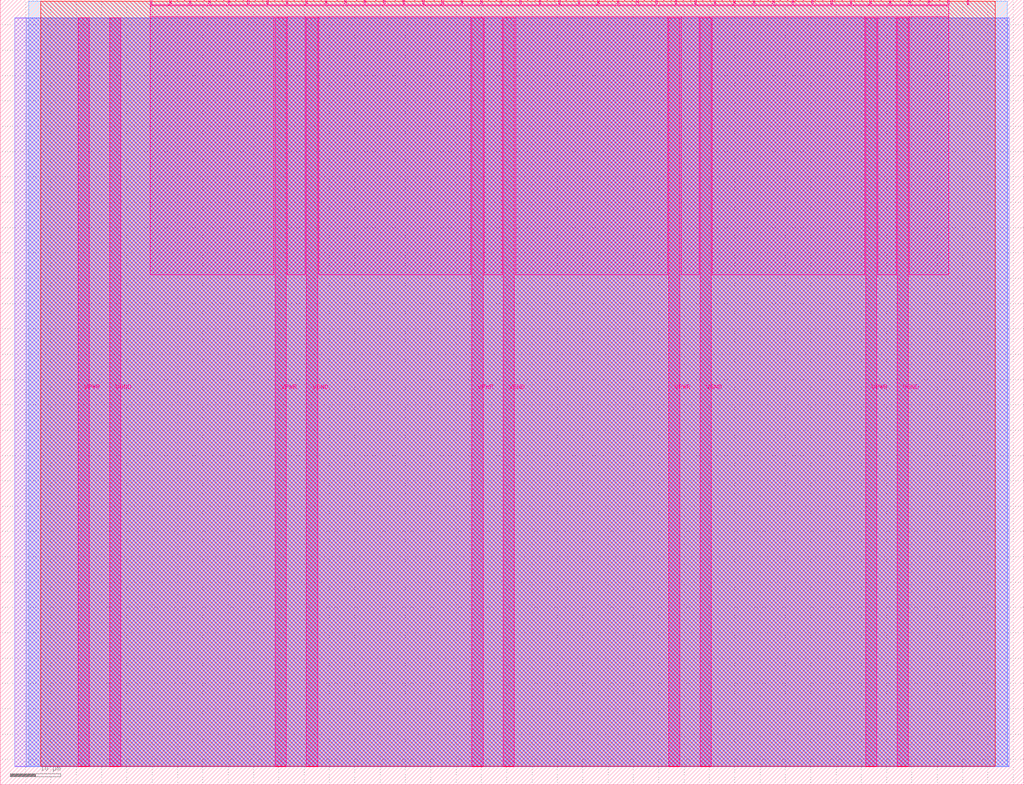
<source format=lef>
VERSION 5.7 ;
  NOWIREEXTENSIONATPIN ON ;
  DIVIDERCHAR "/" ;
  BUSBITCHARS "[]" ;
MACRO tt_um_resfuzzy
  CLASS BLOCK ;
  FOREIGN tt_um_resfuzzy ;
  ORIGIN 0.000 0.000 ;
  SIZE 202.080 BY 154.980 ;
  PIN VGND
    DIRECTION INOUT ;
    USE GROUND ;
    PORT
      LAYER Metal5 ;
        RECT 21.580 3.560 23.780 151.420 ;
    END
    PORT
      LAYER Metal5 ;
        RECT 60.450 3.560 62.650 151.420 ;
    END
    PORT
      LAYER Metal5 ;
        RECT 99.320 3.560 101.520 151.420 ;
    END
    PORT
      LAYER Metal5 ;
        RECT 138.190 3.560 140.390 151.420 ;
    END
    PORT
      LAYER Metal5 ;
        RECT 177.060 3.560 179.260 151.420 ;
    END
  END VGND
  PIN VPWR
    DIRECTION INOUT ;
    USE POWER ;
    PORT
      LAYER Metal5 ;
        RECT 15.380 3.560 17.580 151.420 ;
    END
    PORT
      LAYER Metal5 ;
        RECT 54.250 3.560 56.450 151.420 ;
    END
    PORT
      LAYER Metal5 ;
        RECT 93.120 3.560 95.320 151.420 ;
    END
    PORT
      LAYER Metal5 ;
        RECT 131.990 3.560 134.190 151.420 ;
    END
    PORT
      LAYER Metal5 ;
        RECT 170.860 3.560 173.060 151.420 ;
    END
  END VPWR
  PIN clk
    DIRECTION INPUT ;
    USE SIGNAL ;
    ANTENNAGATEAREA 0.213200 ;
    PORT
      LAYER Metal5 ;
        RECT 187.050 153.980 187.350 154.980 ;
    END
  END clk
  PIN ena
    DIRECTION INPUT ;
    USE SIGNAL ;
    PORT
      LAYER Metal5 ;
        RECT 190.890 153.980 191.190 154.980 ;
    END
  END ena
  PIN rst_n
    DIRECTION INPUT ;
    USE SIGNAL ;
    ANTENNAGATEAREA 0.213200 ;
    PORT
      LAYER Metal5 ;
        RECT 183.210 153.980 183.510 154.980 ;
    END
  END rst_n
  PIN ui_in[0]
    DIRECTION INPUT ;
    USE SIGNAL ;
    ANTENNAGATEAREA 0.180700 ;
    PORT
      LAYER Metal5 ;
        RECT 179.370 153.980 179.670 154.980 ;
    END
  END ui_in[0]
  PIN ui_in[1]
    DIRECTION INPUT ;
    USE SIGNAL ;
    ANTENNAGATEAREA 0.180700 ;
    PORT
      LAYER Metal5 ;
        RECT 175.530 153.980 175.830 154.980 ;
    END
  END ui_in[1]
  PIN ui_in[2]
    DIRECTION INPUT ;
    USE SIGNAL ;
    ANTENNAGATEAREA 0.180700 ;
    PORT
      LAYER Metal5 ;
        RECT 171.690 153.980 171.990 154.980 ;
    END
  END ui_in[2]
  PIN ui_in[3]
    DIRECTION INPUT ;
    USE SIGNAL ;
    ANTENNAGATEAREA 0.180700 ;
    PORT
      LAYER Metal5 ;
        RECT 167.850 153.980 168.150 154.980 ;
    END
  END ui_in[3]
  PIN ui_in[4]
    DIRECTION INPUT ;
    USE SIGNAL ;
    ANTENNAGATEAREA 0.180700 ;
    PORT
      LAYER Metal5 ;
        RECT 164.010 153.980 164.310 154.980 ;
    END
  END ui_in[4]
  PIN ui_in[5]
    DIRECTION INPUT ;
    USE SIGNAL ;
    ANTENNAGATEAREA 0.180700 ;
    PORT
      LAYER Metal5 ;
        RECT 160.170 153.980 160.470 154.980 ;
    END
  END ui_in[5]
  PIN ui_in[6]
    DIRECTION INPUT ;
    USE SIGNAL ;
    ANTENNAGATEAREA 0.180700 ;
    PORT
      LAYER Metal5 ;
        RECT 156.330 153.980 156.630 154.980 ;
    END
  END ui_in[6]
  PIN ui_in[7]
    DIRECTION INPUT ;
    USE SIGNAL ;
    ANTENNAGATEAREA 0.180700 ;
    PORT
      LAYER Metal5 ;
        RECT 152.490 153.980 152.790 154.980 ;
    END
  END ui_in[7]
  PIN uio_in[0]
    DIRECTION INPUT ;
    USE SIGNAL ;
    ANTENNAGATEAREA 0.607100 ;
    PORT
      LAYER Metal5 ;
        RECT 148.650 153.980 148.950 154.980 ;
    END
  END uio_in[0]
  PIN uio_in[1]
    DIRECTION INPUT ;
    USE SIGNAL ;
    PORT
      LAYER Metal5 ;
        RECT 144.810 153.980 145.110 154.980 ;
    END
  END uio_in[1]
  PIN uio_in[2]
    DIRECTION INPUT ;
    USE SIGNAL ;
    PORT
      LAYER Metal5 ;
        RECT 140.970 153.980 141.270 154.980 ;
    END
  END uio_in[2]
  PIN uio_in[3]
    DIRECTION INPUT ;
    USE SIGNAL ;
    PORT
      LAYER Metal5 ;
        RECT 137.130 153.980 137.430 154.980 ;
    END
  END uio_in[3]
  PIN uio_in[4]
    DIRECTION INPUT ;
    USE SIGNAL ;
    PORT
      LAYER Metal5 ;
        RECT 133.290 153.980 133.590 154.980 ;
    END
  END uio_in[4]
  PIN uio_in[5]
    DIRECTION INPUT ;
    USE SIGNAL ;
    PORT
      LAYER Metal5 ;
        RECT 129.450 153.980 129.750 154.980 ;
    END
  END uio_in[5]
  PIN uio_in[6]
    DIRECTION INPUT ;
    USE SIGNAL ;
    PORT
      LAYER Metal5 ;
        RECT 125.610 153.980 125.910 154.980 ;
    END
  END uio_in[6]
  PIN uio_in[7]
    DIRECTION INPUT ;
    USE SIGNAL ;
    PORT
      LAYER Metal5 ;
        RECT 121.770 153.980 122.070 154.980 ;
    END
  END uio_in[7]
  PIN uio_oe[0]
    DIRECTION OUTPUT ;
    USE SIGNAL ;
    ANTENNADIFFAREA 0.299200 ;
    PORT
      LAYER Metal5 ;
        RECT 56.490 153.980 56.790 154.980 ;
    END
  END uio_oe[0]
  PIN uio_oe[1]
    DIRECTION OUTPUT ;
    USE SIGNAL ;
    ANTENNADIFFAREA 0.299200 ;
    PORT
      LAYER Metal5 ;
        RECT 52.650 153.980 52.950 154.980 ;
    END
  END uio_oe[1]
  PIN uio_oe[2]
    DIRECTION OUTPUT ;
    USE SIGNAL ;
    ANTENNADIFFAREA 0.299200 ;
    PORT
      LAYER Metal5 ;
        RECT 48.810 153.980 49.110 154.980 ;
    END
  END uio_oe[2]
  PIN uio_oe[3]
    DIRECTION OUTPUT ;
    USE SIGNAL ;
    ANTENNADIFFAREA 0.299200 ;
    PORT
      LAYER Metal5 ;
        RECT 44.970 153.980 45.270 154.980 ;
    END
  END uio_oe[3]
  PIN uio_oe[4]
    DIRECTION OUTPUT ;
    USE SIGNAL ;
    ANTENNADIFFAREA 0.299200 ;
    PORT
      LAYER Metal5 ;
        RECT 41.130 153.980 41.430 154.980 ;
    END
  END uio_oe[4]
  PIN uio_oe[5]
    DIRECTION OUTPUT ;
    USE SIGNAL ;
    ANTENNADIFFAREA 0.299200 ;
    PORT
      LAYER Metal5 ;
        RECT 37.290 153.980 37.590 154.980 ;
    END
  END uio_oe[5]
  PIN uio_oe[6]
    DIRECTION OUTPUT ;
    USE SIGNAL ;
    ANTENNADIFFAREA 0.299200 ;
    PORT
      LAYER Metal5 ;
        RECT 33.450 153.980 33.750 154.980 ;
    END
  END uio_oe[6]
  PIN uio_oe[7]
    DIRECTION OUTPUT ;
    USE SIGNAL ;
    ANTENNADIFFAREA 0.299200 ;
    PORT
      LAYER Metal5 ;
        RECT 29.610 153.980 29.910 154.980 ;
    END
  END uio_oe[7]
  PIN uio_out[0]
    DIRECTION OUTPUT ;
    USE SIGNAL ;
    ANTENNADIFFAREA 0.299200 ;
    PORT
      LAYER Metal5 ;
        RECT 87.210 153.980 87.510 154.980 ;
    END
  END uio_out[0]
  PIN uio_out[1]
    DIRECTION OUTPUT ;
    USE SIGNAL ;
    ANTENNADIFFAREA 0.299200 ;
    PORT
      LAYER Metal5 ;
        RECT 83.370 153.980 83.670 154.980 ;
    END
  END uio_out[1]
  PIN uio_out[2]
    DIRECTION OUTPUT ;
    USE SIGNAL ;
    ANTENNADIFFAREA 0.299200 ;
    PORT
      LAYER Metal5 ;
        RECT 79.530 153.980 79.830 154.980 ;
    END
  END uio_out[2]
  PIN uio_out[3]
    DIRECTION OUTPUT ;
    USE SIGNAL ;
    ANTENNADIFFAREA 0.299200 ;
    PORT
      LAYER Metal5 ;
        RECT 75.690 153.980 75.990 154.980 ;
    END
  END uio_out[3]
  PIN uio_out[4]
    DIRECTION OUTPUT ;
    USE SIGNAL ;
    ANTENNADIFFAREA 0.299200 ;
    PORT
      LAYER Metal5 ;
        RECT 71.850 153.980 72.150 154.980 ;
    END
  END uio_out[4]
  PIN uio_out[5]
    DIRECTION OUTPUT ;
    USE SIGNAL ;
    ANTENNADIFFAREA 0.299200 ;
    PORT
      LAYER Metal5 ;
        RECT 68.010 153.980 68.310 154.980 ;
    END
  END uio_out[5]
  PIN uio_out[6]
    DIRECTION OUTPUT ;
    USE SIGNAL ;
    ANTENNADIFFAREA 0.299200 ;
    PORT
      LAYER Metal5 ;
        RECT 64.170 153.980 64.470 154.980 ;
    END
  END uio_out[6]
  PIN uio_out[7]
    DIRECTION OUTPUT ;
    USE SIGNAL ;
    ANTENNADIFFAREA 0.299200 ;
    PORT
      LAYER Metal5 ;
        RECT 60.330 153.980 60.630 154.980 ;
    END
  END uio_out[7]
  PIN uo_out[0]
    DIRECTION OUTPUT ;
    USE SIGNAL ;
    ANTENNAGATEAREA 0.109200 ;
    ANTENNADIFFAREA 0.632400 ;
    PORT
      LAYER Metal5 ;
        RECT 117.930 153.980 118.230 154.980 ;
    END
  END uo_out[0]
  PIN uo_out[1]
    DIRECTION OUTPUT ;
    USE SIGNAL ;
    ANTENNAGATEAREA 0.109200 ;
    ANTENNADIFFAREA 0.632400 ;
    PORT
      LAYER Metal5 ;
        RECT 114.090 153.980 114.390 154.980 ;
    END
  END uo_out[1]
  PIN uo_out[2]
    DIRECTION OUTPUT ;
    USE SIGNAL ;
    ANTENNAGATEAREA 0.109200 ;
    ANTENNADIFFAREA 0.632400 ;
    PORT
      LAYER Metal5 ;
        RECT 110.250 153.980 110.550 154.980 ;
    END
  END uo_out[2]
  PIN uo_out[3]
    DIRECTION OUTPUT ;
    USE SIGNAL ;
    ANTENNAGATEAREA 0.109200 ;
    ANTENNADIFFAREA 0.632400 ;
    PORT
      LAYER Metal5 ;
        RECT 106.410 153.980 106.710 154.980 ;
    END
  END uo_out[3]
  PIN uo_out[4]
    DIRECTION OUTPUT ;
    USE SIGNAL ;
    ANTENNAGATEAREA 0.109200 ;
    ANTENNADIFFAREA 0.632400 ;
    PORT
      LAYER Metal5 ;
        RECT 102.570 153.980 102.870 154.980 ;
    END
  END uo_out[4]
  PIN uo_out[5]
    DIRECTION OUTPUT ;
    USE SIGNAL ;
    ANTENNAGATEAREA 0.109200 ;
    ANTENNADIFFAREA 0.632400 ;
    PORT
      LAYER Metal5 ;
        RECT 98.730 153.980 99.030 154.980 ;
    END
  END uo_out[5]
  PIN uo_out[6]
    DIRECTION OUTPUT ;
    USE SIGNAL ;
    ANTENNAGATEAREA 0.109200 ;
    ANTENNADIFFAREA 0.632400 ;
    PORT
      LAYER Metal5 ;
        RECT 94.890 153.980 95.190 154.980 ;
    END
  END uo_out[6]
  PIN uo_out[7]
    DIRECTION OUTPUT ;
    USE SIGNAL ;
    ANTENNAGATEAREA 0.109200 ;
    ANTENNADIFFAREA 0.632400 ;
    PORT
      LAYER Metal5 ;
        RECT 91.050 153.980 91.350 154.980 ;
    END
  END uo_out[7]
  OBS
      LAYER GatPoly ;
        RECT 2.880 3.630 199.200 151.350 ;
      LAYER Metal1 ;
        RECT 2.880 3.560 199.200 151.420 ;
      LAYER Metal2 ;
        RECT 5.090 3.680 198.865 151.300 ;
      LAYER Metal3 ;
        RECT 5.660 3.635 198.820 154.705 ;
      LAYER Metal4 ;
        RECT 8.015 3.680 196.465 154.660 ;
      LAYER Metal5 ;
        RECT 30.120 153.770 33.240 153.980 ;
        RECT 33.960 153.770 37.080 153.980 ;
        RECT 37.800 153.770 40.920 153.980 ;
        RECT 41.640 153.770 44.760 153.980 ;
        RECT 45.480 153.770 48.600 153.980 ;
        RECT 49.320 153.770 52.440 153.980 ;
        RECT 53.160 153.770 56.280 153.980 ;
        RECT 57.000 153.770 60.120 153.980 ;
        RECT 60.840 153.770 63.960 153.980 ;
        RECT 64.680 153.770 67.800 153.980 ;
        RECT 68.520 153.770 71.640 153.980 ;
        RECT 72.360 153.770 75.480 153.980 ;
        RECT 76.200 153.770 79.320 153.980 ;
        RECT 80.040 153.770 83.160 153.980 ;
        RECT 83.880 153.770 87.000 153.980 ;
        RECT 87.720 153.770 90.840 153.980 ;
        RECT 91.560 153.770 94.680 153.980 ;
        RECT 95.400 153.770 98.520 153.980 ;
        RECT 99.240 153.770 102.360 153.980 ;
        RECT 103.080 153.770 106.200 153.980 ;
        RECT 106.920 153.770 110.040 153.980 ;
        RECT 110.760 153.770 113.880 153.980 ;
        RECT 114.600 153.770 117.720 153.980 ;
        RECT 118.440 153.770 121.560 153.980 ;
        RECT 122.280 153.770 125.400 153.980 ;
        RECT 126.120 153.770 129.240 153.980 ;
        RECT 129.960 153.770 133.080 153.980 ;
        RECT 133.800 153.770 136.920 153.980 ;
        RECT 137.640 153.770 140.760 153.980 ;
        RECT 141.480 153.770 144.600 153.980 ;
        RECT 145.320 153.770 148.440 153.980 ;
        RECT 149.160 153.770 152.280 153.980 ;
        RECT 153.000 153.770 156.120 153.980 ;
        RECT 156.840 153.770 159.960 153.980 ;
        RECT 160.680 153.770 163.800 153.980 ;
        RECT 164.520 153.770 167.640 153.980 ;
        RECT 168.360 153.770 171.480 153.980 ;
        RECT 172.200 153.770 175.320 153.980 ;
        RECT 176.040 153.770 179.160 153.980 ;
        RECT 179.880 153.770 183.000 153.980 ;
        RECT 183.720 153.770 186.840 153.980 ;
        RECT 29.660 151.630 187.300 153.770 ;
        RECT 29.660 100.655 54.040 151.630 ;
        RECT 56.660 100.655 60.240 151.630 ;
        RECT 62.860 100.655 92.910 151.630 ;
        RECT 95.530 100.655 99.110 151.630 ;
        RECT 101.730 100.655 131.780 151.630 ;
        RECT 134.400 100.655 137.980 151.630 ;
        RECT 140.600 100.655 170.650 151.630 ;
        RECT 173.270 100.655 176.850 151.630 ;
        RECT 179.470 100.655 187.300 151.630 ;
  END
END tt_um_resfuzzy
END LIBRARY


</source>
